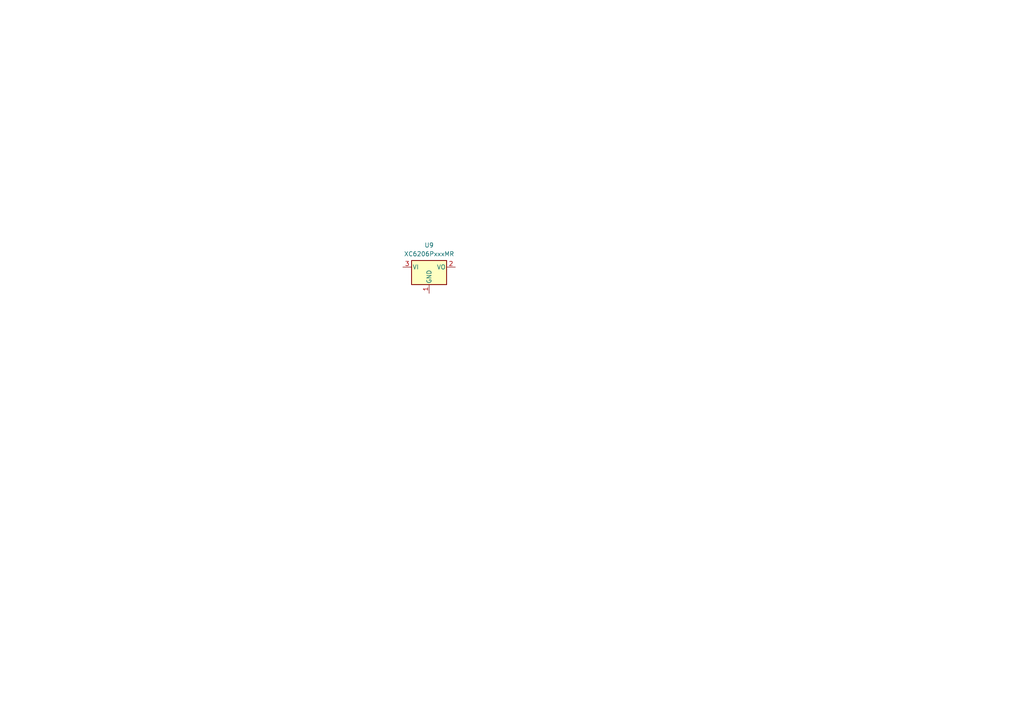
<source format=kicad_sch>
(kicad_sch (version 20250114) (generator "eeschema") (generator_version "9.0")
  (paper "A4")
  (lib_symbols
    (symbol "Regulator_Linear:XC6206PxxxMR" (pin_names (offset 0.254))
      (property "Reference" "U" (at -3.81 3.175 0))
      (property "Value" "XC6206PxxxMR" (at 0 3.175 0))
      (symbol "XC6206PxxxMR_0_1"
        (rectangle (start -5.08 1.905) (end 5.08 -5.08) (stroke (width 0.254)) (fill (type background)))
      )
      (symbol "XC6206PxxxMR_1_1"
        (pin power_in line (at -7.62 0 0) (length 2.54) (name "VI") (number "3"))
        (pin power_in line (at 0 -7.62 90) (length 2.54) (name "GND") (number "1"))
        (pin power_out line (at 7.62 0 180) (length 2.54) (name "VO") (number "2"))
      )
    )
  )
  (symbol (lib_id "Regulator_Linear:XC6206PxxxMR") (at 124.46 77.47 0) (unit 1)
    (property "Reference" "U9" (at 124.46 71.12 0))
    (property "Value" "XC6206PxxxMR" (at 124.46 73.66 0))
    (property "Footprint" "Package_TO_SOT_SMD:SOT-23-3" (effects (hide yes)))
    (property "Datasheet" "https://www.torexsemi.com/file/xc6206/XC6206.pdf" (effects (hide yes)))
    (property "Description" "Positive 60-250mA Low Dropout Regulator, Fixed Output, SOT-23" (effects (hide yes)))
  )
)
</source>
